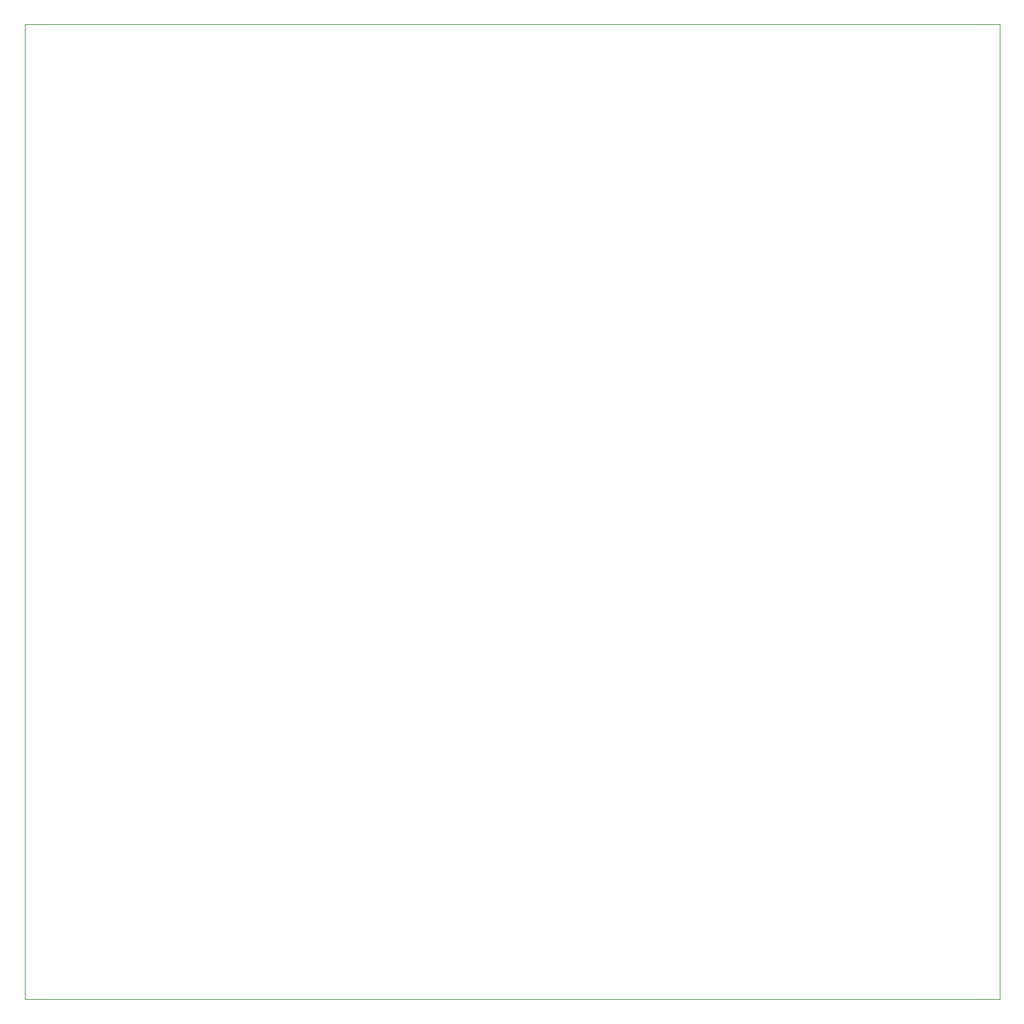
<source format=gbr>
%TF.GenerationSoftware,KiCad,Pcbnew,8.0.1*%
%TF.CreationDate,2024-04-24T16:38:57-04:00*%
%TF.ProjectId,RGBsensorBoard,52474273-656e-4736-9f72-426f6172642e,rev?*%
%TF.SameCoordinates,Original*%
%TF.FileFunction,Profile,NP*%
%FSLAX46Y46*%
G04 Gerber Fmt 4.6, Leading zero omitted, Abs format (unit mm)*
G04 Created by KiCad (PCBNEW 8.0.1) date 2024-04-24 16:38:57*
%MOMM*%
%LPD*%
G01*
G04 APERTURE LIST*
%TA.AperFunction,Profile*%
%ADD10C,0.050000*%
%TD*%
G04 APERTURE END LIST*
D10*
X139355676Y-12812424D02*
X139355675Y-138812422D01*
X13355676Y-138812424D01*
X13355676Y-12812423D01*
X139355676Y-12812424D01*
M02*

</source>
